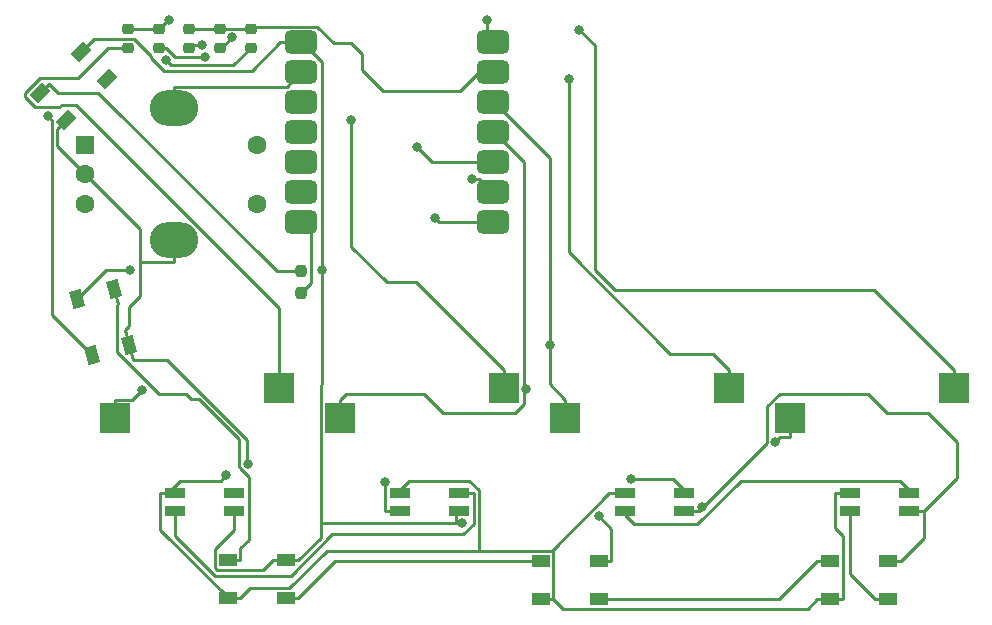
<source format=gbr>
%TF.GenerationSoftware,KiCad,Pcbnew,7.0.10*%
%TF.CreationDate,2026-02-14T23:10:39-08:00*%
%TF.ProjectId,4kemp,346b656d-702e-46b6-9963-61645f706362,rev?*%
%TF.SameCoordinates,Original*%
%TF.FileFunction,Copper,L2,Bot*%
%TF.FilePolarity,Positive*%
%FSLAX46Y46*%
G04 Gerber Fmt 4.6, Leading zero omitted, Abs format (unit mm)*
G04 Created by KiCad (PCBNEW 7.0.10) date 2026-02-14 23:10:39*
%MOMM*%
%LPD*%
G01*
G04 APERTURE LIST*
G04 Aperture macros list*
%AMRoundRect*
0 Rectangle with rounded corners*
0 $1 Rounding radius*
0 $2 $3 $4 $5 $6 $7 $8 $9 X,Y pos of 4 corners*
0 Add a 4 corners polygon primitive as box body*
4,1,4,$2,$3,$4,$5,$6,$7,$8,$9,$2,$3,0*
0 Add four circle primitives for the rounded corners*
1,1,$1+$1,$2,$3*
1,1,$1+$1,$4,$5*
1,1,$1+$1,$6,$7*
1,1,$1+$1,$8,$9*
0 Add four rect primitives between the rounded corners*
20,1,$1+$1,$2,$3,$4,$5,0*
20,1,$1+$1,$4,$5,$6,$7,0*
20,1,$1+$1,$6,$7,$8,$9,0*
20,1,$1+$1,$8,$9,$2,$3,0*%
%AMRotRect*
0 Rectangle, with rotation*
0 The origin of the aperture is its center*
0 $1 length*
0 $2 width*
0 $3 Rotation angle, in degrees counterclockwise*
0 Add horizontal line*
21,1,$1,$2,0,0,$3*%
G04 Aperture macros list end*
%TA.AperFunction,ComponentPad*%
%ADD10RoundRect,0.250000X-0.550000X-0.550000X0.550000X-0.550000X0.550000X0.550000X-0.550000X0.550000X0*%
%TD*%
%TA.AperFunction,ComponentPad*%
%ADD11C,1.600000*%
%TD*%
%TA.AperFunction,ComponentPad*%
%ADD12O,4.100000X3.000000*%
%TD*%
%TA.AperFunction,SMDPad,CuDef*%
%ADD13R,2.550000X2.500000*%
%TD*%
%TA.AperFunction,SMDPad,CuDef*%
%ADD14RoundRect,0.218750X-0.256250X0.218750X-0.256250X-0.218750X0.256250X-0.218750X0.256250X0.218750X0*%
%TD*%
%TA.AperFunction,SMDPad,CuDef*%
%ADD15R,1.803400X0.812800*%
%TD*%
%TA.AperFunction,SMDPad,CuDef*%
%ADD16R,1.500000X1.000000*%
%TD*%
%TA.AperFunction,SMDPad,CuDef*%
%ADD17RoundRect,0.500000X0.875000X0.500000X-0.875000X0.500000X-0.875000X-0.500000X0.875000X-0.500000X0*%
%TD*%
%TA.AperFunction,SMDPad,CuDef*%
%ADD18RoundRect,0.237500X0.237500X-0.250000X0.237500X0.250000X-0.237500X0.250000X-0.237500X-0.250000X0*%
%TD*%
%TA.AperFunction,SMDPad,CuDef*%
%ADD19RotRect,1.500000X1.000000X285.000000*%
%TD*%
%TA.AperFunction,SMDPad,CuDef*%
%ADD20RotRect,1.500000X1.000000X225.000000*%
%TD*%
%TA.AperFunction,ViaPad*%
%ADD21C,0.800000*%
%TD*%
%TA.AperFunction,Conductor*%
%ADD22C,0.250000*%
%TD*%
G04 APERTURE END LIST*
D10*
%TO.P,SW5,A,A*%
%TO.N,/A*%
X38451100Y-50649300D03*
D11*
%TO.P,SW5,B,B*%
%TO.N,/B*%
X38451100Y-55649300D03*
%TO.P,SW5,C,C*%
%TO.N,GND*%
X38451100Y-53149300D03*
%TO.P,SW5,S1,S1*%
%TO.N,/Column2*%
X52951100Y-50649300D03*
%TO.P,SW5,S2,S2*%
%TO.N,Net-(D5-A)*%
X52951100Y-55649300D03*
D12*
%TO.P,SW5,SH,SHIELD*%
%TO.N,GND*%
X45951100Y-47549300D03*
X45951100Y-58749300D03*
%TD*%
D13*
%TO.P,SW2,1,A*%
%TO.N,Net-(D2-A)*%
X73881100Y-71279300D03*
%TO.P,SW2,2,B*%
%TO.N,/Column1*%
X60031100Y-73819300D03*
%TD*%
%TO.P,SW3,1,A*%
%TO.N,Net-(D3-A)*%
X92931100Y-71279300D03*
%TO.P,SW3,2,B*%
%TO.N,/Column0*%
X79081100Y-73819300D03*
%TD*%
%TO.P,SW4,1,A*%
%TO.N,Net-(D4-A)*%
X111981100Y-71279300D03*
%TO.P,SW4,2,B*%
%TO.N,/Column1*%
X98131100Y-73819300D03*
%TD*%
%TO.P,SW1,1,A*%
%TO.N,Net-(D1-A)*%
X54831100Y-71279300D03*
%TO.P,SW1,2,B*%
%TO.N,/Column0*%
X40981100Y-73819300D03*
%TD*%
D14*
%TO.P,D2,1,K*%
%TO.N,/Row0*%
X44681100Y-40861800D03*
%TO.P,D2,2,A*%
%TO.N,Net-(D2-A)*%
X44681100Y-42436800D03*
%TD*%
D15*
%TO.P,LED3,1,VDD*%
%TO.N,+5V*%
X89141900Y-81659300D03*
%TO.P,LED3,2,DOUT*%
%TO.N,Net-(LED2-DIN)*%
X89141900Y-80160700D03*
%TO.P,LED3,3,GND*%
%TO.N,GND*%
X84138100Y-80160700D03*
%TO.P,LED3,4,DIN*%
%TO.N,Net-(LED3-DIN)*%
X84138100Y-81659300D03*
%TD*%
D14*
%TO.P,D3,1,K*%
%TO.N,/Row1*%
X47271100Y-40861800D03*
%TO.P,D3,2,A*%
%TO.N,Net-(D3-A)*%
X47271100Y-42436800D03*
%TD*%
D16*
%TO.P,D8,1,VSS*%
%TO.N,GND*%
X50501100Y-89049300D03*
%TO.P,D8,2,DIN*%
%TO.N,Net-(D7-DOUT)*%
X50501100Y-85849300D03*
%TO.P,D8,3,VDD*%
%TO.N,+5V*%
X55401100Y-85849300D03*
%TO.P,D8,4,DOUT*%
%TO.N,Net-(D8-DOUT)*%
X55401100Y-89049300D03*
%TD*%
D17*
%TO.P,U1,1,P26/A0/D0*%
%TO.N,/Row0*%
X72951100Y-41989300D03*
%TO.P,U1,2,P27/A1/D1*%
%TO.N,/Row1*%
X72951100Y-44529300D03*
%TO.P,U1,3,P28/A2/D2*%
%TO.N,/Column0*%
X72951100Y-47069300D03*
%TO.P,U1,4,P29/A3/D3*%
%TO.N,/Column1*%
X72951100Y-49609300D03*
%TO.P,U1,5,P6/SDA/D4*%
%TO.N,/Column2*%
X72951100Y-52149300D03*
%TO.P,U1,6,P7/SCL/D5*%
%TO.N,/A*%
X72951100Y-54689300D03*
%TO.P,U1,7,P0//TX/D6*%
%TO.N,/B*%
X72951100Y-57229300D03*
%TO.P,U1,8,D7/CSB/P1/RX*%
%TO.N,Net-(U1-D7{slash}CSB{slash}P1{slash}RX)*%
X56751100Y-57229300D03*
%TO.P,U1,9,D8/SCK/P2*%
%TO.N,unconnected-(U1-D8{slash}SCK{slash}P2-Pad9)*%
X56751100Y-54689300D03*
%TO.P,U1,10,D9/MISO/P4*%
%TO.N,unconnected-(U1-D9{slash}MISO{slash}P4-Pad10)*%
X56751100Y-52149300D03*
%TO.P,U1,11,D10/MOSI/P3*%
%TO.N,unconnected-(U1-D10{slash}MOSI{slash}P3-Pad11)*%
X56751100Y-49609300D03*
%TO.P,U1,12,3V3*%
%TO.N,unconnected-(U1-3V3-Pad12)*%
X56751100Y-47069300D03*
%TO.P,U1,13,GND*%
%TO.N,GND*%
X56751100Y-44529300D03*
%TO.P,U1,14,5V*%
%TO.N,+5V*%
X56751100Y-41989300D03*
%TD*%
D16*
%TO.P,D9,1,VSS*%
%TO.N,GND*%
X77001100Y-89099300D03*
%TO.P,D9,2,DIN*%
%TO.N,Net-(D8-DOUT)*%
X77001100Y-85899300D03*
%TO.P,D9,3,VDD*%
%TO.N,+5V*%
X81901100Y-85899300D03*
%TO.P,D9,4,DOUT*%
%TO.N,Net-(D10-DIN)*%
X81901100Y-89099300D03*
%TD*%
D14*
%TO.P,D1,1,K*%
%TO.N,/Row0*%
X42091100Y-40861800D03*
%TO.P,D1,2,A*%
%TO.N,Net-(D1-A)*%
X42091100Y-42436800D03*
%TD*%
D18*
%TO.P,R1,1*%
%TO.N,Net-(U1-D7{slash}CSB{slash}P1{slash}RX)*%
X56750000Y-63162500D03*
%TO.P,R1,2*%
%TO.N,/NPDATA*%
X56750000Y-61337500D03*
%TD*%
D14*
%TO.P,D5,1,K*%
%TO.N,/Row1*%
X52451100Y-40861800D03*
%TO.P,D5,2,A*%
%TO.N,Net-(D5-A)*%
X52451100Y-42436800D03*
%TD*%
D16*
%TO.P,D10,1,VSS*%
%TO.N,GND*%
X101501100Y-89099300D03*
%TO.P,D10,2,DIN*%
%TO.N,Net-(D10-DIN)*%
X101501100Y-85899300D03*
%TO.P,D10,3,VDD*%
%TO.N,+5V*%
X106401100Y-85899300D03*
%TO.P,D10,4,DOUT*%
%TO.N,/NP2DATA*%
X106401100Y-89099300D03*
%TD*%
D15*
%TO.P,LED2,1,VDD*%
%TO.N,+5V*%
X70091900Y-81649300D03*
%TO.P,LED2,2,DOUT*%
%TO.N,Net-(LED1-DIN)*%
X70091900Y-80150700D03*
%TO.P,LED2,3,GND*%
%TO.N,GND*%
X65088100Y-80150700D03*
%TO.P,LED2,4,DIN*%
%TO.N,Net-(LED2-DIN)*%
X65088100Y-81649300D03*
%TD*%
D19*
%TO.P,D7,1,VSS*%
%TO.N,GND*%
X42130688Y-67601708D03*
%TO.P,D7,2,DIN*%
%TO.N,Net-(D6-DOUT)*%
X39039725Y-68429929D03*
%TO.P,D7,3,VDD*%
%TO.N,+5V*%
X37771512Y-63696892D03*
%TO.P,D7,4,DOUT*%
%TO.N,Net-(D7-DOUT)*%
X40862475Y-62868671D03*
%TD*%
D14*
%TO.P,D4,1,K*%
%TO.N,/Row1*%
X49861100Y-40861800D03*
%TO.P,D4,2,A*%
%TO.N,Net-(D4-A)*%
X49861100Y-42436800D03*
%TD*%
D15*
%TO.P,LED4,1,VDD*%
%TO.N,+5V*%
X108191900Y-81659300D03*
%TO.P,LED4,2,DOUT*%
%TO.N,Net-(LED3-DIN)*%
X108191900Y-80160700D03*
%TO.P,LED4,3,GND*%
%TO.N,GND*%
X103188100Y-80160700D03*
%TO.P,LED4,4,DIN*%
%TO.N,/NP2DATA*%
X103188100Y-81659300D03*
%TD*%
%TO.P,LED1,1,VDD*%
%TO.N,+5V*%
X51041900Y-81659300D03*
%TO.P,LED1,2,DOUT*%
%TO.N,unconnected-(LED1-DOUT-Pad2)*%
X51041900Y-80160700D03*
%TO.P,LED1,3,GND*%
%TO.N,GND*%
X46038100Y-80160700D03*
%TO.P,LED1,4,DIN*%
%TO.N,Net-(LED1-DIN)*%
X46038100Y-81659300D03*
%TD*%
D20*
%TO.P,D6,1,VSS*%
%TO.N,GND*%
X36850059Y-48513082D03*
%TO.P,D6,2,DIN*%
%TO.N,/NPDATA*%
X34587318Y-46250341D03*
%TO.P,D6,3,VDD*%
%TO.N,+5V*%
X38052141Y-42785518D03*
%TO.P,D6,4,DOUT*%
%TO.N,Net-(D6-DOUT)*%
X40314882Y-45048259D03*
%TD*%
D21*
%TO.N,+5V*%
X58475700Y-61250000D03*
X42250000Y-61250000D03*
%TO.N,Net-(D6-DOUT)*%
X40314882Y-45048259D03*
X35250000Y-48250000D03*
%TO.N,Net-(LED2-DIN)*%
X63859500Y-79212500D03*
X84671700Y-78967800D03*
%TO.N,/Column2*%
X66494500Y-50829400D03*
%TO.N,/B*%
X68026900Y-56839000D03*
%TO.N,/A*%
X71186500Y-53513000D03*
%TO.N,/Column1*%
X75770800Y-71364200D03*
X96873100Y-75794500D03*
%TO.N,/Column0*%
X43257600Y-71396100D03*
X77770000Y-67562400D03*
%TO.N,+5V*%
X81901100Y-82113600D03*
X70341200Y-82680800D03*
X90666600Y-81317600D03*
%TO.N,GND*%
X50392400Y-78637100D03*
X52254300Y-77699700D03*
%TO.N,Net-(D5-A)*%
X45284000Y-43501300D03*
%TO.N,Net-(D4-A)*%
X50861000Y-41556900D03*
X80269500Y-40900700D03*
%TO.N,Net-(D3-A)*%
X79373900Y-45082800D03*
X48355400Y-42183300D03*
%TO.N,Net-(D2-A)*%
X60968600Y-48553400D03*
X48566100Y-43189800D03*
%TO.N,/Row0*%
X72468800Y-40073300D03*
X45572400Y-40073300D03*
%TD*%
D22*
%TO.N,+5V*%
X58391800Y-70994400D02*
X58391800Y-82680300D01*
X58475700Y-61250000D02*
X58475700Y-43674800D01*
X58475700Y-70910500D02*
X58391800Y-70994400D01*
X58475700Y-61250000D02*
X58475700Y-70910500D01*
X58475700Y-43674800D02*
X56790200Y-41989300D01*
X56790200Y-41989300D02*
X56751100Y-41989300D01*
X40218404Y-61250000D02*
X42250000Y-61250000D01*
X37771512Y-63696892D02*
X40218404Y-61250000D01*
%TO.N,Net-(D6-DOUT)*%
X35638600Y-48638600D02*
X35250000Y-48250000D01*
X35638600Y-65028804D02*
X35638600Y-48638600D01*
X39039725Y-68429929D02*
X35638600Y-65028804D01*
%TO.N,Net-(U1-D7{slash}CSB{slash}P1{slash}RX)*%
X57597200Y-58075400D02*
X56751100Y-57229300D01*
X57597200Y-62315300D02*
X57597200Y-58075400D01*
X56750000Y-63162500D02*
X57597200Y-62315300D01*
%TO.N,Net-(D8-DOUT)*%
X59628000Y-85899300D02*
X56478000Y-89049300D01*
X77001100Y-85899300D02*
X59628000Y-85899300D01*
X55401100Y-89049300D02*
X56478000Y-89049300D01*
%TO.N,Net-(D7-DOUT)*%
X40862500Y-62868700D02*
X41198500Y-64122900D01*
X50501100Y-85849300D02*
X51578000Y-85849300D01*
X51578000Y-84772400D02*
X51578000Y-85849300D01*
X52273300Y-84077100D02*
X51578000Y-84772400D01*
X52273300Y-78746600D02*
X52273300Y-84077100D01*
X51527400Y-78000700D02*
X52273300Y-78746600D01*
X51527400Y-77976800D02*
X51527400Y-78000700D01*
X51437500Y-77886900D02*
X51527400Y-77976800D01*
X51437500Y-75592400D02*
X51437500Y-77886900D01*
X48039300Y-72194200D02*
X51437500Y-75592400D01*
X47402400Y-72194200D02*
X48039300Y-72194200D01*
X46950600Y-71742400D02*
X47402400Y-72194200D01*
X44649700Y-71742400D02*
X46950600Y-71742400D01*
X41114500Y-68207200D02*
X44649700Y-71742400D01*
X41114500Y-64206900D02*
X41114500Y-68207200D01*
X41198500Y-64122900D02*
X41114500Y-64206900D01*
%TO.N,/NP2DATA*%
X103188100Y-86963200D02*
X103188100Y-81659300D01*
X105324200Y-89099300D02*
X103188100Y-86963200D01*
X106401100Y-89099300D02*
X105324200Y-89099300D01*
%TO.N,Net-(LED3-DIN)*%
X108191900Y-79877100D02*
X108191900Y-80160700D01*
X107395600Y-79080800D02*
X108191900Y-79877100D01*
X93931400Y-79080800D02*
X107395600Y-79080800D01*
X90264500Y-82747700D02*
X93931400Y-79080800D01*
X84917800Y-82747700D02*
X90264500Y-82747700D01*
X84138100Y-81968000D02*
X84917800Y-82747700D01*
X84138100Y-81659300D02*
X84138100Y-81968000D01*
%TO.N,Net-(LED2-DIN)*%
X65088100Y-81649300D02*
X63859500Y-81649300D01*
X63859500Y-81649300D02*
X63859500Y-79212500D01*
X88205500Y-78967800D02*
X84671700Y-78967800D01*
X89141900Y-79904200D02*
X88205500Y-78967800D01*
X89141900Y-80160700D02*
X89141900Y-79904200D01*
%TO.N,Net-(LED1-DIN)*%
X70091900Y-80150700D02*
X71320500Y-80150700D01*
X71320500Y-82729500D02*
X71320500Y-80150700D01*
X70407000Y-83643000D02*
X71320500Y-82729500D01*
X59325500Y-83643000D02*
X70407000Y-83643000D01*
X55829800Y-87138700D02*
X59325500Y-83643000D01*
X49407600Y-87138700D02*
X55829800Y-87138700D01*
X46038100Y-83769200D02*
X49407600Y-87138700D01*
X46038100Y-81659300D02*
X46038100Y-83769200D01*
%TO.N,/Column2*%
X67814400Y-52149300D02*
X66494500Y-50829400D01*
X72951100Y-52149300D02*
X67814400Y-52149300D01*
%TO.N,/B*%
X68417200Y-57229300D02*
X68026900Y-56839000D01*
X72951100Y-57229300D02*
X68417200Y-57229300D01*
%TO.N,/A*%
X71774800Y-53513000D02*
X72951100Y-54689300D01*
X71186500Y-53513000D02*
X71774800Y-53513000D01*
%TO.N,/Column1*%
X60031100Y-73819300D02*
X60031100Y-72242400D01*
X97271400Y-75396200D02*
X98131100Y-75396200D01*
X96873100Y-75794500D02*
X97271400Y-75396200D01*
X98131100Y-73819300D02*
X98131100Y-75396200D01*
X75560900Y-52142100D02*
X75560900Y-71364200D01*
X73028100Y-49609300D02*
X75560900Y-52142100D01*
X72951100Y-49609300D02*
X73028100Y-49609300D01*
X60539600Y-71733900D02*
X60031100Y-72242400D01*
X67100900Y-71733900D02*
X60539600Y-71733900D01*
X68732700Y-73365700D02*
X67100900Y-71733900D01*
X74834300Y-73365700D02*
X68732700Y-73365700D01*
X75560900Y-72639100D02*
X74834300Y-73365700D01*
X75560900Y-71364200D02*
X75560900Y-72639100D01*
X75560900Y-71364200D02*
X75770800Y-71364200D01*
%TO.N,/Column0*%
X79081100Y-73819300D02*
X79081100Y-72242400D01*
X42411300Y-72242400D02*
X43257600Y-71396100D01*
X40981100Y-72242400D02*
X42411300Y-72242400D01*
X77770000Y-51792600D02*
X77770000Y-67562400D01*
X73046700Y-47069300D02*
X77770000Y-51792600D01*
X72951100Y-47069300D02*
X73046700Y-47069300D01*
X77770000Y-70931300D02*
X79081100Y-72242400D01*
X77770000Y-67562400D02*
X77770000Y-70931300D01*
X40981100Y-73819300D02*
X40981100Y-72242400D01*
%TO.N,Net-(D10-DIN)*%
X81901100Y-89099300D02*
X82978000Y-89099300D01*
X97224200Y-89099300D02*
X100424200Y-85899300D01*
X82978000Y-89099300D02*
X97224200Y-89099300D01*
X101501100Y-85899300D02*
X100424200Y-85899300D01*
%TO.N,+5V*%
X106401100Y-85899300D02*
X107478000Y-85899300D01*
X108191900Y-81659300D02*
X109307100Y-81659300D01*
X109307100Y-81659300D02*
X109419000Y-81659300D01*
X55939600Y-85849300D02*
X56478000Y-85849300D01*
X55939600Y-85849300D02*
X55401100Y-85849300D01*
X51041900Y-83269500D02*
X51041900Y-81659300D01*
X49424200Y-84887200D02*
X51041900Y-83269500D01*
X49424200Y-86496700D02*
X49424200Y-84887200D01*
X49603800Y-86676300D02*
X49424200Y-86496700D01*
X53497200Y-86676300D02*
X49603800Y-86676300D01*
X54324200Y-85849300D02*
X53497200Y-86676300D01*
X55401100Y-85849300D02*
X54324200Y-85849300D01*
X54908300Y-41989300D02*
X56751100Y-41989300D01*
X52529000Y-44368600D02*
X54908300Y-41989300D01*
X45106600Y-44368600D02*
X52529000Y-44368600D01*
X44016500Y-43278500D02*
X45106600Y-44368600D01*
X44016500Y-43103900D02*
X44016500Y-43278500D01*
X42584200Y-41671600D02*
X44016500Y-43103900D01*
X39166000Y-41671600D02*
X42584200Y-41671600D01*
X38052100Y-42785500D02*
X39166000Y-41671600D01*
X109419000Y-81659300D02*
X109420500Y-81659300D01*
X109420500Y-83956800D02*
X109420500Y-81659300D01*
X107478000Y-85899300D02*
X109420500Y-83956800D01*
X82978000Y-83190500D02*
X81901100Y-82113600D01*
X82978000Y-85899300D02*
X82978000Y-83190500D01*
X81901100Y-85899300D02*
X82978000Y-85899300D01*
X69870100Y-81871100D02*
X70091900Y-81649300D01*
X69870100Y-82680300D02*
X69870100Y-81871100D01*
X58391800Y-82680300D02*
X69870100Y-82680300D01*
X58391800Y-83935500D02*
X56478000Y-85849300D01*
X58391800Y-82680300D02*
X58391800Y-83935500D01*
X69870600Y-82680800D02*
X70341200Y-82680800D01*
X69870100Y-82680300D02*
X69870600Y-82680800D01*
X90370500Y-81613700D02*
X90370500Y-81659300D01*
X90666600Y-81317600D02*
X90370500Y-81613700D01*
X89141900Y-81659300D02*
X90370500Y-81659300D01*
X89141900Y-81659300D02*
X90370500Y-81659300D01*
X96146200Y-75883600D02*
X90370500Y-81659300D01*
X96146200Y-72801000D02*
X96146200Y-75883600D01*
X97227200Y-71720000D02*
X96146200Y-72801000D01*
X104685400Y-71720000D02*
X97227200Y-71720000D01*
X106321600Y-73356200D02*
X104685400Y-71720000D01*
X109825300Y-73356200D02*
X106321600Y-73356200D01*
X112245800Y-75776700D02*
X109825300Y-73356200D01*
X112245800Y-78834000D02*
X112245800Y-75776700D01*
X109420500Y-81659300D02*
X112245800Y-78834000D01*
%TO.N,GND*%
X36088600Y-50786800D02*
X38451100Y-53149300D01*
X36088600Y-49274600D02*
X36088600Y-50786800D01*
X36850100Y-48513100D02*
X36088600Y-49274600D01*
X45951100Y-47549300D02*
X45951100Y-45722400D01*
X42130700Y-67601700D02*
X41794700Y-66347500D01*
X45951100Y-58749300D02*
X45951100Y-60576200D01*
X77001100Y-89099300D02*
X78078000Y-89099300D01*
X103188100Y-80160700D02*
X101959500Y-80160700D01*
X43070300Y-63457000D02*
X43070300Y-60576200D01*
X42130700Y-64396600D02*
X43070300Y-63457000D01*
X42130700Y-66011500D02*
X42130700Y-64396600D01*
X41794700Y-66347500D02*
X42130700Y-66011500D01*
X43070300Y-57768500D02*
X38451100Y-53149300D01*
X43070300Y-60576200D02*
X43070300Y-57768500D01*
X102039600Y-89099300D02*
X102578000Y-89099300D01*
X102039600Y-89099300D02*
X101501100Y-89099300D01*
X78904900Y-89926200D02*
X78078000Y-89099300D01*
X99597300Y-89926200D02*
X78904900Y-89926200D01*
X100424200Y-89099300D02*
X99597300Y-89926200D01*
X101501100Y-89099300D02*
X100424200Y-89099300D01*
X50501100Y-89049300D02*
X50920300Y-89049300D01*
X50920300Y-89049300D02*
X51578000Y-89049300D01*
X50600800Y-89049300D02*
X50920300Y-89049300D01*
X44809500Y-83258000D02*
X50600800Y-89049300D01*
X44809500Y-80160700D02*
X44809500Y-83258000D01*
X55558000Y-45722400D02*
X56751100Y-44529300D01*
X45951100Y-45722400D02*
X55558000Y-45722400D01*
X102578000Y-83734000D02*
X102578000Y-89099300D01*
X101959500Y-83115500D02*
X102578000Y-83734000D01*
X101959500Y-80160700D02*
X101959500Y-83115500D01*
X84138100Y-80160700D02*
X82909500Y-80160700D01*
X43070300Y-60576200D02*
X45951100Y-60576200D01*
X65088100Y-79871300D02*
X65088100Y-80150700D01*
X65876500Y-79082900D02*
X65088100Y-79871300D01*
X70937600Y-79082900D02*
X65876500Y-79082900D01*
X71775000Y-79920300D02*
X70937600Y-79082900D01*
X71775000Y-85042300D02*
X71775000Y-79920300D01*
X58883500Y-85042300D02*
X71775000Y-85042300D01*
X55727300Y-88198500D02*
X58883500Y-85042300D01*
X52428800Y-88198500D02*
X55727300Y-88198500D01*
X51578000Y-89049300D02*
X52428800Y-88198500D01*
X77951200Y-85035600D02*
X77951200Y-85042300D01*
X82826100Y-80160700D02*
X77951200Y-85035600D01*
X82909500Y-80160700D02*
X82826100Y-80160700D01*
X71775000Y-85042300D02*
X77951200Y-85042300D01*
X78078000Y-85169100D02*
X78078000Y-89099300D01*
X77951200Y-85042300D02*
X78078000Y-85169100D01*
X46038100Y-80160700D02*
X45423800Y-80160700D01*
X45423800Y-80160700D02*
X44809500Y-80160700D01*
X49896400Y-79133100D02*
X50392400Y-78637100D01*
X46451400Y-79133100D02*
X49896400Y-79133100D01*
X45423800Y-80160700D02*
X46451400Y-79133100D01*
X45361900Y-68856000D02*
X42466800Y-68856000D01*
X52114500Y-75608600D02*
X45361900Y-68856000D01*
X52114500Y-77559900D02*
X52114500Y-75608600D01*
X52254300Y-77699700D02*
X52114500Y-77559900D01*
X42130700Y-67601700D02*
X42466800Y-68856000D01*
%TO.N,/NPDATA*%
X34587300Y-46250300D02*
X35348800Y-45488800D01*
X36110200Y-46250300D02*
X35348800Y-45488800D01*
X39557700Y-46250300D02*
X36110200Y-46250300D01*
X54644900Y-61337500D02*
X39557700Y-46250300D01*
X56750000Y-61337500D02*
X54644900Y-61337500D01*
%TO.N,Net-(D5-A)*%
X50971200Y-43916700D02*
X52451100Y-42436800D01*
X45699400Y-43916700D02*
X50971200Y-43916700D01*
X45284000Y-43501300D02*
X45699400Y-43916700D01*
%TO.N,Net-(D4-A)*%
X49981100Y-42436800D02*
X50861000Y-41556900D01*
X49861100Y-42436800D02*
X49981100Y-42436800D01*
X81611600Y-42242800D02*
X80269500Y-40900700D01*
X81611600Y-61273500D02*
X81611600Y-42242800D01*
X83316600Y-62978500D02*
X81611600Y-61273500D01*
X105257200Y-62978500D02*
X83316600Y-62978500D01*
X111981100Y-69702400D02*
X105257200Y-62978500D01*
X111981100Y-71279300D02*
X111981100Y-69702400D01*
%TO.N,Net-(D3-A)*%
X92931100Y-71279300D02*
X92931100Y-69702400D01*
X47524600Y-42183300D02*
X48355400Y-42183300D01*
X47271100Y-42436800D02*
X47524600Y-42183300D01*
X91580300Y-68351600D02*
X92931100Y-69702400D01*
X87971000Y-68351600D02*
X91580300Y-68351600D01*
X79373900Y-59754500D02*
X87971000Y-68351600D01*
X79373900Y-45082800D02*
X79373900Y-59754500D01*
%TO.N,/Row1*%
X49861100Y-40861800D02*
X47271100Y-40861800D01*
X52652500Y-40660400D02*
X52451100Y-40861800D01*
X58086400Y-40660400D02*
X52652500Y-40660400D01*
X59489200Y-42063200D02*
X58086400Y-40660400D01*
X60921600Y-42063200D02*
X59489200Y-42063200D01*
X61866600Y-43008200D02*
X60921600Y-42063200D01*
X61866600Y-44287400D02*
X61866600Y-43008200D01*
X63669900Y-46090700D02*
X61866600Y-44287400D01*
X70207400Y-46090700D02*
X63669900Y-46090700D01*
X71768800Y-44529300D02*
X70207400Y-46090700D01*
X72951100Y-44529300D02*
X71768800Y-44529300D01*
X49892900Y-40830000D02*
X49861100Y-40861800D01*
X52419300Y-40830000D02*
X49892900Y-40830000D01*
X52451100Y-40861800D02*
X52419300Y-40830000D01*
%TO.N,Net-(D2-A)*%
X60968600Y-59265300D02*
X60968600Y-48553400D01*
X63983200Y-62279900D02*
X60968600Y-59265300D01*
X66458600Y-62279900D02*
X63983200Y-62279900D01*
X73881100Y-69702400D02*
X66458600Y-62279900D01*
X73881100Y-71279300D02*
X73881100Y-69702400D01*
X45279000Y-42436800D02*
X44681100Y-42436800D01*
X46044200Y-43202000D02*
X45279000Y-42436800D01*
X48553900Y-43202000D02*
X46044200Y-43202000D01*
X48566100Y-43189800D02*
X48553900Y-43202000D01*
%TO.N,Net-(D1-A)*%
X54831100Y-64483200D02*
X54831100Y-71279300D01*
X37627700Y-47279800D02*
X54831100Y-64483200D01*
X36454900Y-47279800D02*
X37627700Y-47279800D01*
X36261900Y-47472800D02*
X36454900Y-47279800D01*
X34221100Y-47472800D02*
X36261900Y-47472800D01*
X33353700Y-46605400D02*
X34221100Y-47472800D01*
X33353700Y-46277000D02*
X33353700Y-46605400D01*
X34643300Y-44987400D02*
X33353700Y-46277000D01*
X37833100Y-44987400D02*
X34643300Y-44987400D01*
X40383700Y-42436800D02*
X37833100Y-44987400D01*
X42091100Y-42436800D02*
X40383700Y-42436800D01*
%TO.N,/Row0*%
X44681100Y-40861800D02*
X42091100Y-40861800D01*
X72468800Y-41507000D02*
X72468800Y-40073300D01*
X72951100Y-41989300D02*
X72468800Y-41507000D01*
X45469600Y-40073300D02*
X45572400Y-40073300D01*
X44681100Y-40861800D02*
X45469600Y-40073300D01*
%TD*%
M02*

</source>
